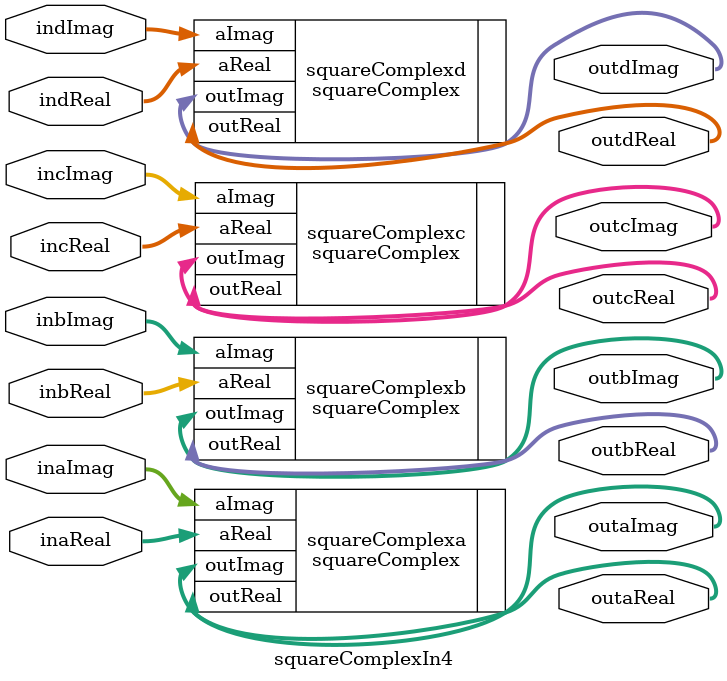
<source format=v>


module squareComplexIn4#(parameter WIDTH = 8)
(
	input [WIDTH-1:0] inaReal,
	input [WIDTH-1:0] inaImag,
	input [WIDTH-1:0] inbReal,
	input [WIDTH-1:0] inbImag,
	input [WIDTH-1:0] incReal,
	input [WIDTH-1:0] incImag,	
	input [WIDTH-1:0] indReal,
	input [WIDTH-1:0] indImag,
	
	output [2*WIDTH-1:0] outaReal,
	output [2*WIDTH-1:0] outaImag,
	output [2*WIDTH-1:0] outbReal,
	output [2*WIDTH-1:0] outbImag,
	output [2*WIDTH-1:0] outcReal,
	output [2*WIDTH-1:0] outcImag,
	output [2*WIDTH-1:0] outdReal,
	output [2*WIDTH-1:0] outdImag	
);

squareComplex#(.WIDTH(8)) squareComplexa
(
	.aReal(inaReal),
	.aImag(inaImag),
	.outReal(outaReal),
	.outImag(outaImag)
);
squareComplex#(.WIDTH(8)) squareComplexb
(
	.aReal(inbReal),
	.aImag(inbImag),
	.outReal(outbReal),
	.outImag(outbImag)
);
squareComplex#(.WIDTH(8)) squareComplexc
(
	.aReal(incReal),
	.aImag(incImag),
	.outReal(outcReal),
	.outImag(outcImag)
);
squareComplex#(.WIDTH(8)) squareComplexd
(
	.aReal(indReal),
	.aImag(indImag),
	.outReal(outdReal),
	.outImag(outdImag)
);

endmodule
</source>
